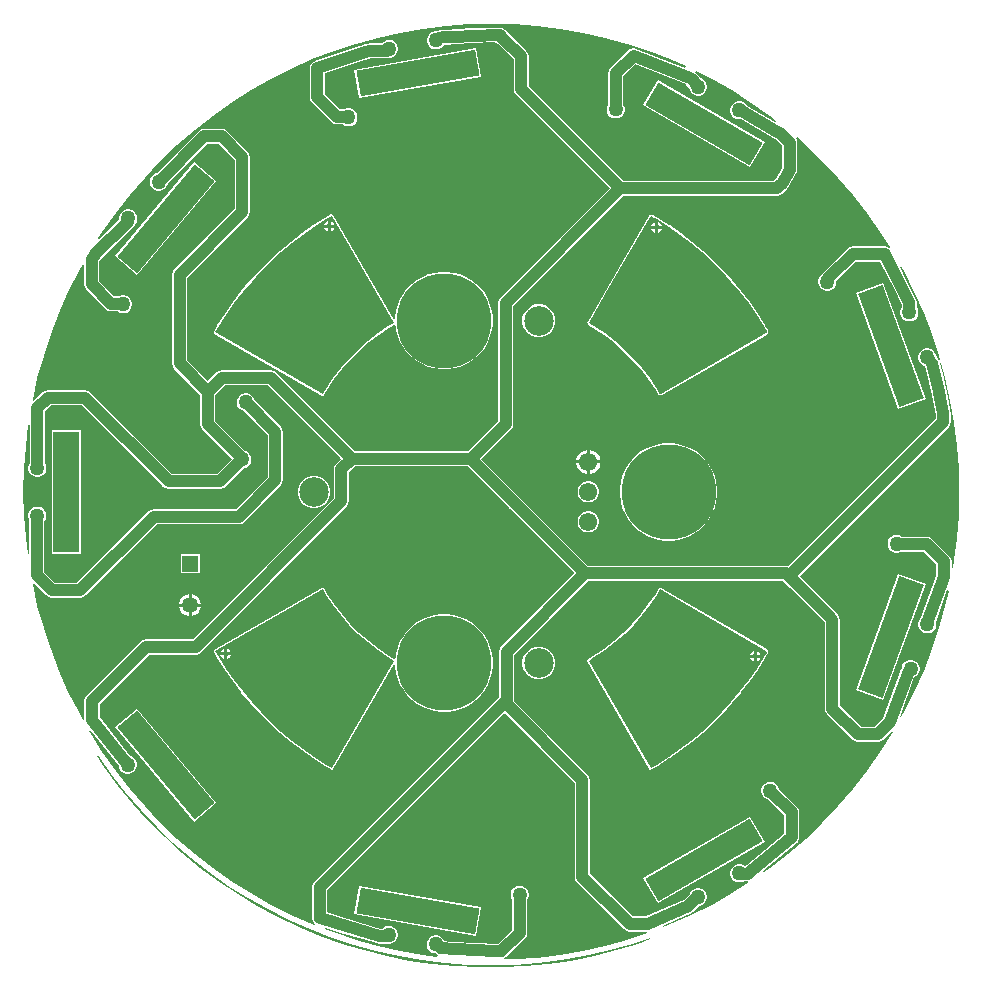
<source format=gtl>
G04*
G04 #@! TF.GenerationSoftware,Altium Limited,Altium Designer,21.7.2 (23)*
G04*
G04 Layer_Physical_Order=1*
G04 Layer_Color=255*
%FSLAX25Y25*%
%MOIN*%
G70*
G04*
G04 #@! TF.SameCoordinates,D2632727-04CE-4768-A3A0-452A1BE06696*
G04*
G04*
G04 #@! TF.FilePolarity,Positive*
G04*
G01*
G75*
%ADD28C,0.03937*%
%ADD29C,0.03937*%
%ADD30R,0.08661X0.40158*%
G04:AMPARAMS|DCode=31|XSize=86.61mil|YSize=401.58mil|CornerRadius=0mil|HoleSize=0mil|Usage=FLASHONLY|Rotation=320.000|XOffset=0mil|YOffset=0mil|HoleType=Round|Shape=Rectangle|*
%AMROTATEDRECTD31*
4,1,4,-0.16224,-0.12598,0.09589,0.18165,0.16224,0.12598,-0.09589,-0.18165,-0.16224,-0.12598,0.0*
%
%ADD31ROTATEDRECTD31*%

G04:AMPARAMS|DCode=32|XSize=86.61mil|YSize=401.58mil|CornerRadius=0mil|HoleSize=0mil|Usage=FLASHONLY|Rotation=280.000|XOffset=0mil|YOffset=0mil|HoleType=Round|Shape=Rectangle|*
%AMROTATEDRECTD32*
4,1,4,-0.20526,0.00778,0.19022,0.07752,0.20526,-0.00778,-0.19022,-0.07752,-0.20526,0.00778,0.0*
%
%ADD32ROTATEDRECTD32*%

G04:AMPARAMS|DCode=33|XSize=86.61mil|YSize=401.58mil|CornerRadius=0mil|HoleSize=0mil|Usage=FLASHONLY|Rotation=240.000|XOffset=0mil|YOffset=0mil|HoleType=Round|Shape=Rectangle|*
%AMROTATEDRECTD33*
4,1,4,-0.15223,0.13790,0.19554,-0.06289,0.15223,-0.13790,-0.19554,0.06289,-0.15223,0.13790,0.0*
%
%ADD33ROTATEDRECTD33*%

G04:AMPARAMS|DCode=34|XSize=86.61mil|YSize=401.58mil|CornerRadius=0mil|HoleSize=0mil|Usage=FLASHONLY|Rotation=200.000|XOffset=0mil|YOffset=0mil|HoleType=Round|Shape=Rectangle|*
%AMROTATEDRECTD34*
4,1,4,-0.02798,0.20349,0.10937,-0.17387,0.02798,-0.20349,-0.10937,0.17387,-0.02798,0.20349,0.0*
%
%ADD34ROTATEDRECTD34*%

G04:AMPARAMS|DCode=35|XSize=86.61mil|YSize=401.58mil|CornerRadius=0mil|HoleSize=0mil|Usage=FLASHONLY|Rotation=160.000|XOffset=0mil|YOffset=0mil|HoleType=Round|Shape=Rectangle|*
%AMROTATEDRECTD35*
4,1,4,0.10937,0.17387,-0.02798,-0.20349,-0.10937,-0.17387,0.02798,0.20349,0.10937,0.17387,0.0*
%
%ADD35ROTATEDRECTD35*%

G04:AMPARAMS|DCode=36|XSize=86.61mil|YSize=401.58mil|CornerRadius=0mil|HoleSize=0mil|Usage=FLASHONLY|Rotation=120.000|XOffset=0mil|YOffset=0mil|HoleType=Round|Shape=Rectangle|*
%AMROTATEDRECTD36*
4,1,4,0.19554,0.06289,-0.15223,-0.13790,-0.19554,-0.06289,0.15223,0.13790,0.19554,0.06289,0.0*
%
%ADD36ROTATEDRECTD36*%

G04:AMPARAMS|DCode=37|XSize=86.61mil|YSize=401.58mil|CornerRadius=0mil|HoleSize=0mil|Usage=FLASHONLY|Rotation=80.000|XOffset=0mil|YOffset=0mil|HoleType=Round|Shape=Rectangle|*
%AMROTATEDRECTD37*
4,1,4,0.19022,-0.07752,-0.20526,-0.00778,-0.19022,0.07752,0.20526,0.00778,0.19022,-0.07752,0.0*
%
%ADD37ROTATEDRECTD37*%

G04:AMPARAMS|DCode=38|XSize=86.61mil|YSize=401.58mil|CornerRadius=0mil|HoleSize=0mil|Usage=FLASHONLY|Rotation=40.000|XOffset=0mil|YOffset=0mil|HoleType=Round|Shape=Rectangle|*
%AMROTATEDRECTD38*
4,1,4,0.09589,-0.18165,-0.16224,0.12598,-0.09589,0.18165,0.16224,-0.12598,0.09589,-0.18165,0.0*
%
%ADD38ROTATEDRECTD38*%

%ADD39C,0.09843*%
%ADD40R,0.05315X0.05315*%
%ADD41C,0.05315*%
%ADD42C,0.31496*%
%ADD43C,0.06102*%
%ADD44C,0.02756*%
%ADD45C,0.05000*%
%ADD46C,0.01575*%
G36*
X7654Y155805D02*
X15290Y155242D01*
X22889Y154305D01*
X30433Y152996D01*
X37903Y151318D01*
X45282Y149276D01*
X52552Y146874D01*
X59696Y144119D01*
X64781Y141865D01*
X64589Y141403D01*
X48299Y147751D01*
X47841Y147832D01*
X47385Y147923D01*
X47358Y147918D01*
X47332Y147923D01*
X46878Y147822D01*
X46422Y147731D01*
X46399Y147716D01*
X46373Y147711D01*
X45992Y147444D01*
X45605Y147186D01*
X39657Y141238D01*
X39112Y140422D01*
X38920Y139458D01*
Y129101D01*
X38641Y128619D01*
X38437Y127856D01*
Y127066D01*
X38641Y126303D01*
X39036Y125619D01*
X39595Y125060D01*
X40279Y124665D01*
X41042Y124461D01*
X41832D01*
X42595Y124665D01*
X43279Y125060D01*
X43838Y125619D01*
X44233Y126303D01*
X44437Y127066D01*
Y127856D01*
X44233Y128619D01*
X43954Y129101D01*
Y138416D01*
X48002Y142464D01*
X64721Y135949D01*
X64932Y135738D01*
X64932Y135738D01*
X65898Y134772D01*
Y134644D01*
X66102Y133881D01*
X66497Y133197D01*
X67056Y132639D01*
X67740Y132244D01*
X68503Y132039D01*
X69293D01*
X70056Y132244D01*
X70740Y132639D01*
X71298Y133197D01*
X71693Y133881D01*
X71898Y134644D01*
Y135434D01*
X71693Y136197D01*
X71298Y136881D01*
X70740Y137440D01*
X70056Y137835D01*
X69916Y137872D01*
X68491Y139298D01*
X68491Y139298D01*
X67978Y139811D01*
X68274Y140221D01*
X73535Y137574D01*
X80196Y133800D01*
X86665Y129703D01*
X92925Y125295D01*
X94877Y123771D01*
X94597Y123356D01*
X85213Y128774D01*
X85078Y129007D01*
X84519Y129566D01*
X83835Y129961D01*
X83072Y130165D01*
X82282D01*
X81519Y129961D01*
X80835Y129566D01*
X80277Y129007D01*
X79882Y128323D01*
X79677Y127560D01*
Y126770D01*
X79882Y126007D01*
X80277Y125323D01*
X80835Y124765D01*
X81519Y124370D01*
X82282Y124165D01*
X83072D01*
X83110Y124175D01*
X94582Y117552D01*
X94582Y117552D01*
X94582Y117552D01*
X94744Y117458D01*
X96925Y115277D01*
Y108084D01*
X94709Y104246D01*
X94577Y104114D01*
X94577Y104114D01*
X94161Y103698D01*
X44060D01*
X12431Y135327D01*
Y145204D01*
X12240Y146167D01*
X11694Y146984D01*
X11694Y146984D01*
X5791Y152886D01*
X5791Y152886D01*
X4643Y154035D01*
X4643Y154035D01*
X3826Y154580D01*
X2881Y154768D01*
Y154768D01*
X2863Y154772D01*
X2840Y154767D01*
X2388Y154755D01*
X1875Y154766D01*
X1823Y154776D01*
X1228Y154776D01*
X1228Y154777D01*
X1224Y154776D01*
Y154776D01*
X1177Y154766D01*
X-6820Y154592D01*
X-15146Y154046D01*
X-16047Y153947D01*
X-16154Y153958D01*
X-17553Y153823D01*
X-17910Y153716D01*
X-18275Y153643D01*
X-18376Y153575D01*
X-18494Y153540D01*
X-18610Y153445D01*
X-18867D01*
X-19630Y153240D01*
X-20314Y152845D01*
X-20873Y152287D01*
X-21268Y151603D01*
X-21472Y150840D01*
Y150050D01*
X-21268Y149287D01*
X-20873Y148603D01*
X-20314Y148044D01*
X-19630Y147649D01*
X-18867Y147445D01*
X-18077D01*
X-17314Y147649D01*
X-16630Y148044D01*
X-16072Y148603D01*
X-15884Y148927D01*
X-15670Y148948D01*
X-15461Y149011D01*
X-7080Y149592D01*
X1041Y149780D01*
X1228Y149743D01*
X1816Y149743D01*
X2232Y149327D01*
X7397Y144161D01*
Y134285D01*
X7589Y133321D01*
X8134Y132505D01*
X39458Y101181D01*
X2945Y64667D01*
X2399Y63851D01*
X2208Y62888D01*
Y23701D01*
X-7953Y13541D01*
X-45470D01*
X-71800Y39870D01*
X-72616Y40416D01*
X-73580Y40607D01*
X-89862D01*
X-90825Y40416D01*
X-91642Y39870D01*
X-94537Y36975D01*
X-101420Y43857D01*
Y71300D01*
X-81226Y91494D01*
X-80680Y92311D01*
X-80489Y93274D01*
Y111599D01*
X-80680Y112562D01*
X-81226Y113378D01*
X-88139Y120291D01*
X-88955Y120837D01*
X-89919Y121028D01*
X-95717D01*
X-96680Y120837D01*
X-97496Y120291D01*
X-111474Y106313D01*
X-112013Y106169D01*
X-112697Y105774D01*
X-113255Y105216D01*
X-113650Y104532D01*
X-113855Y103769D01*
Y102979D01*
X-113650Y102216D01*
X-113255Y101532D01*
X-112697Y100973D01*
X-112013Y100578D01*
X-111249Y100374D01*
X-110460D01*
X-109697Y100578D01*
X-109012Y100973D01*
X-108454Y101532D01*
X-108059Y102216D01*
X-107915Y102754D01*
X-94674Y115995D01*
X-90961D01*
X-85522Y110556D01*
Y94317D01*
X-105717Y74122D01*
X-106262Y73306D01*
X-106454Y72342D01*
Y42815D01*
X-106262Y41852D01*
X-105717Y41035D01*
X-97082Y32401D01*
Y22609D01*
X-96890Y21646D01*
X-96345Y20829D01*
X-86486Y10971D01*
X-91397Y6060D01*
X-106490D01*
X-133650Y33220D01*
X-134466Y33765D01*
X-135429Y33957D01*
X-147870D01*
X-148833Y33765D01*
X-149649Y33220D01*
X-152497Y30372D01*
X-152953Y30623D01*
X-151318Y37903D01*
X-149276Y45282D01*
X-146874Y52552D01*
X-144119Y59696D01*
X-141016Y66696D01*
X-137574Y73535D01*
X-136259Y75855D01*
X-135776Y75728D01*
Y69255D01*
X-135584Y68292D01*
X-135038Y67475D01*
X-128455Y60892D01*
X-127639Y60346D01*
X-126675Y60155D01*
X-124614D01*
X-123934Y59762D01*
X-123171Y59558D01*
X-122381D01*
X-121618Y59762D01*
X-120934Y60157D01*
X-120376Y60716D01*
X-119981Y61400D01*
X-119776Y62163D01*
Y62953D01*
X-119981Y63716D01*
X-120376Y64400D01*
X-120934Y64958D01*
X-121618Y65353D01*
X-122381Y65558D01*
X-123171D01*
X-123934Y65353D01*
X-124220Y65188D01*
X-125633D01*
X-130742Y70297D01*
Y76592D01*
X-130200Y77549D01*
X-119476Y88272D01*
X-118931Y89089D01*
X-118928Y89102D01*
X-118652Y89378D01*
X-118257Y90062D01*
X-118053Y90825D01*
Y91615D01*
X-118257Y92378D01*
X-118652Y93062D01*
X-119211Y93620D01*
X-119895Y94015D01*
X-120658Y94220D01*
X-121448D01*
X-122211Y94015D01*
X-122895Y93620D01*
X-123453Y93062D01*
X-123848Y92378D01*
X-124053Y91615D01*
Y90825D01*
X-124051Y90817D01*
X-130691Y84177D01*
X-131081Y84489D01*
X-129703Y86665D01*
X-125295Y92925D01*
X-120584Y98961D01*
X-115583Y104759D01*
X-110304Y110304D01*
X-104759Y115583D01*
X-98961Y120584D01*
X-92925Y125295D01*
X-86665Y129703D01*
X-80196Y133800D01*
X-73535Y137574D01*
X-66696Y141016D01*
X-59696Y144119D01*
X-52552Y146874D01*
X-45282Y149276D01*
X-37903Y151318D01*
X-30433Y152996D01*
X-22889Y154305D01*
X-15290Y155242D01*
X-7654Y155805D01*
X0Y155993D01*
X7654Y155805D01*
D02*
G37*
G36*
X104759Y115583D02*
X110304Y110304D01*
X115583Y104759D01*
X120584Y98961D01*
X125295Y92925D01*
X129703Y86665D01*
X132833Y81722D01*
X132467Y81366D01*
X132110Y81604D01*
X131147Y81796D01*
X120374D01*
X120374Y81796D01*
X119411Y81604D01*
X118594Y81059D01*
X110432Y72896D01*
X110127Y72441D01*
X109607Y71921D01*
X109212Y71237D01*
X109008Y70474D01*
Y69684D01*
X109212Y68921D01*
X109607Y68237D01*
X110166Y67678D01*
X110850Y67283D01*
X111613Y67079D01*
X112403D01*
X113166Y67283D01*
X113850Y67678D01*
X114409Y68237D01*
X114803Y68921D01*
X115008Y69684D01*
Y70354D01*
X121416Y76762D01*
X129655D01*
X134215Y67885D01*
X136852Y62309D01*
X136853Y61999D01*
X136854Y61997D01*
X136853Y61994D01*
Y61483D01*
X136574Y61001D01*
X136370Y60237D01*
Y59448D01*
X136574Y58685D01*
X136969Y58000D01*
X137528Y57442D01*
X138212Y57047D01*
X138975Y56842D01*
X139765D01*
X140528Y57047D01*
X141212Y57442D01*
X141771Y58000D01*
X142166Y58685D01*
X142370Y59448D01*
Y60237D01*
X142166Y61001D01*
X141887Y61483D01*
X141887Y61994D01*
X141887Y62015D01*
X141884Y62889D01*
X141787Y63371D01*
X141692Y63844D01*
X141690Y63847D01*
X141689Y63851D01*
X141522Y64100D01*
X138688Y70091D01*
X136147Y75038D01*
X136587Y75276D01*
X137574Y73535D01*
X141016Y66696D01*
X144119Y59696D01*
X146874Y52552D01*
X149276Y45282D01*
X149607Y44085D01*
X149584Y44045D01*
X149191Y44053D01*
X149036Y44097D01*
X148464Y45169D01*
X148228Y45456D01*
X148071Y46040D01*
X147676Y46724D01*
X147118Y47282D01*
X146433Y47677D01*
X145671Y47882D01*
X144881D01*
X144118Y47677D01*
X143433Y47282D01*
X142875Y46724D01*
X142480Y46040D01*
X142276Y45277D01*
Y44487D01*
X142480Y43724D01*
X142875Y43040D01*
X143433Y42481D01*
X144030Y42137D01*
X144118Y42086D01*
X144119Y42086D01*
X144477Y41980D01*
X145559Y38071D01*
X147207Y30728D01*
X148172Y25167D01*
Y24991D01*
X148172Y24991D01*
X148172Y24991D01*
Y24403D01*
X98980Y-24790D01*
X98268Y-24648D01*
X32321D01*
X9566Y-1893D01*
X9566Y-1893D01*
X-3351Y11024D01*
X6504Y20878D01*
X7050Y21695D01*
X7241Y22658D01*
Y61845D01*
X44060Y98664D01*
X95203D01*
X96166Y98856D01*
X96983Y99401D01*
X98136Y100555D01*
X98136Y100555D01*
X98503Y100921D01*
X98685Y101195D01*
X98903Y101442D01*
X101621Y106151D01*
X101675Y106309D01*
X101767Y106447D01*
X101831Y106770D01*
X101937Y107081D01*
X101926Y107247D01*
X101959Y107410D01*
Y116320D01*
X101767Y117283D01*
X101420Y117803D01*
X101798Y118137D01*
X104759Y115583D01*
D02*
G37*
G36*
X149916Y42970D02*
X151318Y37903D01*
X152996Y30433D01*
X154305Y22889D01*
X155242Y15290D01*
X155805Y7654D01*
X155993Y0D01*
X155805Y-7654D01*
X155242Y-15290D01*
X154305Y-22889D01*
X153890Y-25279D01*
X153392Y-25236D01*
Y-23211D01*
X153200Y-22248D01*
X152655Y-21431D01*
X146970Y-15746D01*
X146153Y-15201D01*
X145190Y-15009D01*
X136969D01*
X136881Y-14922D01*
X136197Y-14527D01*
X135434Y-14323D01*
X134644D01*
X133881Y-14527D01*
X133197Y-14922D01*
X132639Y-15481D01*
X132244Y-16165D01*
X132039Y-16928D01*
Y-17718D01*
X132244Y-18481D01*
X132639Y-19165D01*
X133197Y-19723D01*
X133881Y-20118D01*
X134644Y-20323D01*
X135434D01*
X136197Y-20118D01*
X136328Y-20043D01*
X144148D01*
X148358Y-24253D01*
Y-27979D01*
X143328Y-41800D01*
X142875Y-42252D01*
X142480Y-42937D01*
X142276Y-43699D01*
Y-44489D01*
X142480Y-45252D01*
X142875Y-45937D01*
X143433Y-46495D01*
X144118Y-46890D01*
X144881Y-47095D01*
X145671D01*
X146433Y-46890D01*
X147118Y-46495D01*
X147676Y-45937D01*
X148071Y-45252D01*
X148276Y-44489D01*
Y-43699D01*
X148156Y-43252D01*
X151938Y-32860D01*
X152419Y-33001D01*
X151318Y-37903D01*
X149276Y-45282D01*
X146874Y-52552D01*
X144119Y-59696D01*
X141016Y-66696D01*
X137574Y-73535D01*
X136651Y-75163D01*
X136196Y-74953D01*
X140976Y-61819D01*
X141606Y-61456D01*
X142164Y-60897D01*
X142559Y-60213D01*
X142764Y-59450D01*
Y-58660D01*
X142559Y-57897D01*
X142164Y-57213D01*
X141606Y-56655D01*
X140922Y-56260D01*
X140159Y-56055D01*
X139369D01*
X138606Y-56260D01*
X137922Y-56655D01*
X137363Y-57213D01*
X136968Y-57897D01*
X136764Y-58660D01*
Y-58740D01*
X136717Y-58810D01*
X136706Y-58864D01*
X136677Y-58912D01*
X130689Y-75363D01*
X127732Y-78321D01*
X123323D01*
X116187Y-71186D01*
Y-42568D01*
X116187Y-42568D01*
X115996Y-41604D01*
X115450Y-40788D01*
X115450Y-40788D01*
X114297Y-39635D01*
X103205Y-28542D01*
X102775Y-28113D01*
X152469Y21581D01*
X153015Y22397D01*
X153206Y23360D01*
Y24493D01*
X153206Y24991D01*
X153206Y25207D01*
Y25304D01*
X153142Y25695D01*
X153142D01*
X152100Y31701D01*
X150398Y39283D01*
X149412Y42845D01*
X149371Y43001D01*
X149382Y43023D01*
X149916Y42970D01*
D02*
G37*
G36*
X-50072Y11024D02*
X-51780Y9316D01*
X-52325Y8499D01*
X-52517Y7536D01*
Y-2107D01*
X-99615Y-49206D01*
X-115207D01*
X-116170Y-49397D01*
X-116986Y-49943D01*
X-134917Y-67873D01*
X-135462Y-68690D01*
X-135654Y-69653D01*
X-135654Y-75909D01*
X-136154Y-76041D01*
X-137574Y-73535D01*
X-141016Y-66696D01*
X-144119Y-59696D01*
X-146874Y-52552D01*
X-149276Y-45282D01*
X-151318Y-37903D01*
X-152953Y-30623D01*
X-152497Y-30372D01*
X-148321Y-34548D01*
X-147504Y-35094D01*
X-146541Y-35285D01*
X-137069D01*
X-136106Y-35094D01*
X-135289Y-34548D01*
X-111526Y-10785D01*
X-84252D01*
X-83289Y-10593D01*
X-82472Y-10047D01*
X-70268Y2157D01*
X-69722Y2974D01*
X-69530Y3937D01*
Y20079D01*
X-69530Y20079D01*
X-69722Y21042D01*
X-70268Y21858D01*
X-78950Y30541D01*
X-79094Y31079D01*
X-79489Y31763D01*
X-80048Y32322D01*
X-80732Y32717D01*
X-81495Y32921D01*
X-82285D01*
X-83048Y32717D01*
X-83732Y32322D01*
X-84290Y31763D01*
X-84685Y31079D01*
X-84890Y30316D01*
Y29526D01*
X-84685Y28763D01*
X-84290Y28079D01*
X-83732Y27521D01*
X-83048Y27126D01*
X-82509Y26981D01*
X-74564Y19036D01*
Y4980D01*
X-85295Y-5751D01*
X-112568D01*
X-113531Y-5942D01*
X-114348Y-6488D01*
X-138111Y-30252D01*
X-145499D01*
X-149053Y-26697D01*
Y-9862D01*
X-148966Y-9775D01*
X-148571Y-9091D01*
X-148367Y-8328D01*
Y-7538D01*
X-148571Y-6775D01*
X-148966Y-6091D01*
X-149525Y-5532D01*
X-150209Y-5137D01*
X-150972Y-4933D01*
X-151762D01*
X-152525Y-5137D01*
X-153209Y-5532D01*
X-153767Y-6091D01*
X-154162Y-6775D01*
X-154367Y-7538D01*
Y-8328D01*
X-154162Y-9091D01*
X-154087Y-9221D01*
Y-20569D01*
X-154587Y-20599D01*
X-155242Y-15290D01*
X-155805Y-7654D01*
X-155993Y0D01*
X-155805Y7654D01*
X-155242Y15290D01*
X-154384Y22249D01*
X-153884Y22218D01*
Y9573D01*
X-154162Y9091D01*
X-154367Y8328D01*
Y7538D01*
X-154162Y6775D01*
X-153767Y6091D01*
X-153209Y5532D01*
X-152525Y5137D01*
X-151762Y4933D01*
X-150972D01*
X-150209Y5137D01*
X-149525Y5532D01*
X-148966Y6091D01*
X-148571Y6775D01*
X-148367Y7538D01*
Y8328D01*
X-148571Y9091D01*
X-148850Y9573D01*
Y26900D01*
X-146827Y28923D01*
X-136472D01*
X-109312Y1764D01*
X-108496Y1218D01*
X-107533Y1026D01*
X-90354D01*
X-89391Y1218D01*
X-88575Y1764D01*
X-82451Y7887D01*
X-81913Y8031D01*
X-81229Y8426D01*
X-80670Y8985D01*
X-80275Y9669D01*
X-80071Y10432D01*
Y11222D01*
X-80275Y11985D01*
X-80670Y12669D01*
X-81229Y13227D01*
X-81913Y13622D01*
X-82058Y13661D01*
X-92048Y23651D01*
Y32345D01*
X-88820Y35574D01*
X-74622D01*
X-50072Y11024D01*
D02*
G37*
G36*
X6007Y-5452D02*
X6007Y-5452D01*
X27719Y-27165D01*
X3338Y-51546D01*
X2793Y-52363D01*
X2601Y-53326D01*
Y-68300D01*
X-59005Y-129906D01*
X-59550Y-130722D01*
X-59742Y-131685D01*
Y-142004D01*
X-59742Y-142004D01*
X-59550Y-142967D01*
X-59005Y-143784D01*
X-58772Y-143939D01*
X-59004Y-144386D01*
X-59696Y-144119D01*
X-66696Y-141016D01*
X-73535Y-137574D01*
X-80196Y-133800D01*
X-86665Y-129703D01*
X-92925Y-125295D01*
X-98961Y-120584D01*
X-104759Y-115583D01*
X-110304Y-110304D01*
X-115583Y-104759D01*
X-120584Y-98961D01*
X-125295Y-92925D01*
X-129703Y-86665D01*
X-133800Y-80196D01*
X-133999Y-79844D01*
X-133584Y-79563D01*
X-124260Y-91223D01*
Y-91340D01*
X-124055Y-92103D01*
X-123660Y-92787D01*
X-123102Y-93345D01*
X-122418Y-93740D01*
X-121655Y-93945D01*
X-120865D01*
X-120102Y-93740D01*
X-119418Y-93345D01*
X-118859Y-92787D01*
X-118464Y-92103D01*
X-118260Y-91340D01*
Y-90550D01*
X-118464Y-89787D01*
X-118859Y-89103D01*
X-119418Y-88544D01*
X-120102Y-88149D01*
X-120319Y-88091D01*
X-130620Y-75209D01*
X-130620Y-70695D01*
X-114164Y-54239D01*
X-98573D01*
X-97610Y-54048D01*
X-96793Y-53502D01*
X-48220Y-4929D01*
X-47675Y-4113D01*
X-47483Y-3150D01*
Y6494D01*
X-45470Y8507D01*
X-7953D01*
X6007Y-5452D01*
D02*
G37*
G36*
X97436Y-29893D02*
X97436Y-29893D01*
X97436Y-29893D01*
X99645Y-32102D01*
X110738Y-43194D01*
X111154Y-43610D01*
Y-72228D01*
X111345Y-73192D01*
X111891Y-74008D01*
X120501Y-82618D01*
X121317Y-83163D01*
X122280Y-83355D01*
X128774D01*
X129737Y-83163D01*
X130554Y-82618D01*
X133552Y-79620D01*
X133953Y-79925D01*
X133800Y-80196D01*
X129703Y-86665D01*
X125295Y-92925D01*
X120584Y-98961D01*
X115583Y-104759D01*
X110304Y-110304D01*
X104759Y-115583D01*
X98961Y-120584D01*
X92925Y-125295D01*
X90951Y-126685D01*
X90646Y-126288D01*
X101719Y-117048D01*
X101790Y-116959D01*
X101886Y-116895D01*
X102097Y-116579D01*
X102335Y-116284D01*
X102368Y-116174D01*
X102431Y-116079D01*
X102505Y-115706D01*
X102613Y-115341D01*
X102601Y-115228D01*
X102623Y-115115D01*
Y-106882D01*
X102431Y-105919D01*
X101886Y-105103D01*
X95861Y-99078D01*
X95697Y-98467D01*
X95302Y-97783D01*
X94744Y-97224D01*
X94060Y-96830D01*
X93297Y-96625D01*
X92507D01*
X91744Y-96830D01*
X91060Y-97224D01*
X90501Y-97783D01*
X90106Y-98467D01*
X89902Y-99230D01*
Y-100020D01*
X90106Y-100783D01*
X90501Y-101467D01*
X91060Y-102026D01*
X91744Y-102421D01*
X92210Y-102545D01*
X97589Y-107925D01*
Y-113938D01*
X85059Y-124395D01*
X84664Y-124724D01*
X84449D01*
X83835Y-124370D01*
X83072Y-124165D01*
X82282D01*
X81519Y-124370D01*
X80835Y-124765D01*
X80277Y-125323D01*
X79882Y-126007D01*
X79677Y-126770D01*
Y-127560D01*
X79882Y-128323D01*
X80277Y-129007D01*
X80835Y-129566D01*
X81519Y-129961D01*
X82282Y-130165D01*
X83072D01*
X83835Y-129961D01*
X84187Y-129758D01*
X85576D01*
X85676Y-129738D01*
X85865Y-130210D01*
X80196Y-133800D01*
X73535Y-137574D01*
X66696Y-141016D01*
X59696Y-144119D01*
X57329Y-145032D01*
X57139Y-144569D01*
X62158Y-142387D01*
X66100Y-140591D01*
X66416Y-140460D01*
X66493Y-140445D01*
X66556Y-140403D01*
X67309Y-139900D01*
X67309Y-139900D01*
X69169Y-138039D01*
X69293D01*
X70056Y-137835D01*
X70740Y-137440D01*
X71298Y-136881D01*
X71693Y-136197D01*
X71898Y-135434D01*
Y-134644D01*
X71693Y-133881D01*
X71298Y-133197D01*
X70740Y-132639D01*
X70056Y-132244D01*
X69293Y-132039D01*
X68503D01*
X67740Y-132244D01*
X67056Y-132639D01*
X66497Y-133197D01*
X66102Y-133881D01*
X66063Y-134027D01*
X64042Y-136048D01*
X60129Y-137831D01*
X51590Y-141544D01*
X47082Y-141544D01*
X32832Y-127294D01*
Y-96063D01*
X32640Y-95100D01*
X32095Y-94283D01*
X7635Y-69824D01*
Y-54369D01*
X32321Y-29682D01*
X97226D01*
X97436Y-29893D01*
D02*
G37*
G36*
X27798Y-97105D02*
Y-128336D01*
X27990Y-129299D01*
X28535Y-130116D01*
X44260Y-145841D01*
X44260Y-145841D01*
X45076Y-146386D01*
X46040Y-146578D01*
X51856Y-146578D01*
X51936Y-147078D01*
X45282Y-149276D01*
X37903Y-151318D01*
X30433Y-152996D01*
X22889Y-154305D01*
X15290Y-155242D01*
X7654Y-155805D01*
X4480Y-155883D01*
X4323Y-155387D01*
X4970Y-154954D01*
X11172Y-148752D01*
X11718Y-147936D01*
X11909Y-146972D01*
Y-135958D01*
X12188Y-135475D01*
X12392Y-134712D01*
Y-133923D01*
X12188Y-133159D01*
X11793Y-132475D01*
X11234Y-131917D01*
X10550Y-131522D01*
X9787Y-131317D01*
X8997D01*
X8234Y-131522D01*
X7550Y-131917D01*
X6992Y-132475D01*
X6597Y-133159D01*
X6392Y-133923D01*
Y-134712D01*
X6597Y-135475D01*
X6876Y-135958D01*
Y-145930D01*
X2142Y-150663D01*
X-4716Y-150514D01*
X-13544Y-149935D01*
X-15689Y-149700D01*
X-15708Y-149629D01*
X-16103Y-148945D01*
X-16662Y-148387D01*
X-17346Y-147992D01*
X-18109Y-147787D01*
X-18899D01*
X-19662Y-147992D01*
X-20346Y-148387D01*
X-20904Y-148945D01*
X-21299Y-149629D01*
X-21504Y-150392D01*
Y-151182D01*
X-21299Y-151945D01*
X-20904Y-152629D01*
X-20346Y-153188D01*
X-19662Y-153583D01*
X-18899Y-153787D01*
X-18776D01*
X-18688Y-153875D01*
X-18688Y-153876D01*
X-17871Y-154421D01*
X-17871Y-154421D01*
X-17968Y-154912D01*
X-22889Y-154305D01*
X-30433Y-152996D01*
X-37903Y-151318D01*
X-45282Y-149276D01*
X-52552Y-146874D01*
X-55595Y-145701D01*
X-55427Y-145229D01*
X-49115Y-147306D01*
X-39290Y-150137D01*
X-38358Y-150368D01*
X-37892Y-150484D01*
X-37531Y-150573D01*
X-37531Y-150573D01*
X-37393Y-150587D01*
X-36275Y-150697D01*
X-35019Y-150573D01*
X-34958Y-150555D01*
X-34647Y-150638D01*
X-33857D01*
X-33094Y-150433D01*
X-32410Y-150038D01*
X-31851Y-149480D01*
X-31456Y-148796D01*
X-31252Y-148033D01*
Y-147243D01*
X-31456Y-146480D01*
X-31851Y-145796D01*
X-32410Y-145237D01*
X-33094Y-144842D01*
X-33857Y-144638D01*
X-34647D01*
X-35410Y-144842D01*
X-36094Y-145237D01*
X-36516Y-145659D01*
X-36630Y-145636D01*
X-36636Y-145657D01*
X-37999Y-145319D01*
X-47645Y-142540D01*
X-54708Y-140216D01*
Y-132728D01*
X4356Y-73664D01*
X27798Y-97105D01*
D02*
G37*
G36*
X-126771Y-94020D02*
X-122005Y-100127D01*
X-116945Y-105993D01*
X-111603Y-111603D01*
X-105993Y-116945D01*
X-100127Y-122005D01*
X-94020Y-126771D01*
X-87686Y-131232D01*
X-81141Y-135376D01*
X-74401Y-139195D01*
X-67481Y-142677D01*
X-60399Y-145817D01*
X-53172Y-148605D01*
X-45816Y-151035D01*
X-38350Y-153101D01*
X-30791Y-154798D01*
X-23159Y-156123D01*
X-15470Y-157071D01*
X-7744Y-157641D01*
X0Y-157831D01*
X7744Y-157641D01*
X15470Y-157071D01*
X23159Y-156123D01*
X30791Y-154798D01*
X38350Y-153101D01*
X45816Y-151035D01*
X52838Y-148715D01*
X53001Y-149188D01*
X48977Y-150628D01*
X41584Y-152870D01*
X34091Y-154747D01*
X26514Y-156254D01*
X18873Y-157388D01*
X11185Y-158145D01*
X3469Y-158524D01*
X-4256D01*
X-11972Y-158145D01*
X-19660Y-157388D01*
X-27301Y-156254D01*
X-34878Y-154747D01*
X-42372Y-152870D01*
X-49764Y-150628D01*
X-57038Y-148025D01*
X-64175Y-145069D01*
X-71158Y-141766D01*
X-77971Y-138124D01*
X-84597Y-134153D01*
X-91020Y-129861D01*
X-97225Y-125259D01*
X-103197Y-120359D01*
X-108921Y-115171D01*
X-114383Y-109708D01*
X-119571Y-103984D01*
X-124472Y-98013D01*
X-129074Y-91808D01*
X-131538Y-88119D01*
X-131126Y-87836D01*
X-126771Y-94020D01*
D02*
G37*
%LPC*%
G36*
X-33702Y150690D02*
X-34492D01*
X-35255Y150485D01*
X-35939Y150090D01*
X-36497Y149532D01*
X-36505Y149519D01*
X-40255D01*
X-40255Y149519D01*
Y149519D01*
X-40428Y149485D01*
X-41511Y149378D01*
X-42044Y149216D01*
X-42189Y149188D01*
X-42189Y149188D01*
X-42195Y149186D01*
X-42196Y149187D01*
X-42404Y149145D01*
X-42467Y149103D01*
X-45139Y148273D01*
X-58832Y143625D01*
X-58832Y143625D01*
X-58957Y143581D01*
X-59242Y143391D01*
X-59242Y143391D01*
X-59253Y143384D01*
X-59774Y143035D01*
X-60320Y142219D01*
X-60511Y141256D01*
Y131620D01*
X-60320Y130657D01*
X-59774Y129840D01*
X-53160Y123227D01*
X-52344Y122681D01*
X-51381Y122490D01*
X-49567D01*
X-49480Y122403D01*
X-48796Y122008D01*
X-48033Y121803D01*
X-47243D01*
X-46480Y122008D01*
X-45796Y122403D01*
X-45237Y122961D01*
X-44842Y123645D01*
X-44638Y124408D01*
Y125198D01*
X-44842Y125961D01*
X-45237Y126645D01*
X-45796Y127204D01*
X-46480Y127599D01*
X-47243Y127803D01*
X-48033D01*
X-48796Y127599D01*
X-48926Y127523D01*
X-50338D01*
X-55477Y132663D01*
Y139497D01*
X-43598Y143530D01*
X-40687Y144433D01*
X-40685Y144426D01*
X-40321Y144498D01*
X-40255Y144485D01*
X-34784D01*
X-33821Y144677D01*
X-33802Y144690D01*
X-33702D01*
X-32939Y144894D01*
X-32255Y145289D01*
X-31696Y145848D01*
X-31301Y146532D01*
X-31097Y147295D01*
Y148085D01*
X-31301Y148848D01*
X-31696Y149532D01*
X-32255Y150090D01*
X-32939Y150485D01*
X-33702Y150690D01*
D02*
G37*
G36*
X-5184Y147910D02*
X-45717Y140763D01*
X-44039Y131248D01*
X-3507Y138395D01*
X-5184Y147910D01*
D02*
G37*
G36*
X55460Y137217D02*
X50629Y128850D01*
X86273Y108271D01*
X91103Y116638D01*
X55460Y137217D01*
D02*
G37*
G36*
X-99046Y109973D02*
X-125502Y78445D01*
X-118101Y72234D01*
X-91645Y103763D01*
X-99046Y109973D01*
D02*
G37*
G36*
X-53009Y92581D02*
X-53420Y92527D01*
X-55429Y91367D01*
X-55437Y91357D01*
X-55449Y91355D01*
X-59361Y88862D01*
X-59369Y88852D01*
X-59381Y88849D01*
X-63181Y86188D01*
X-63188Y86177D01*
X-63200Y86174D01*
X-66881Y83350D01*
X-66887Y83339D01*
X-66899Y83335D01*
X-70452Y80354D01*
X-70458Y80342D01*
X-70470Y80338D01*
X-73890Y77204D01*
X-73896Y77192D01*
X-73908Y77188D01*
X-77188Y73908D01*
X-77192Y73896D01*
X-77204Y73890D01*
X-80338Y70470D01*
X-80342Y70458D01*
X-80354Y70452D01*
X-83335Y66899D01*
X-83339Y66887D01*
X-83350Y66881D01*
X-86174Y63200D01*
X-86177Y63188D01*
X-86188Y63181D01*
X-88849Y59381D01*
X-88852Y59369D01*
X-88862Y59361D01*
X-91355Y55449D01*
X-91357Y55437D01*
X-91367Y55429D01*
X-92527Y53420D01*
X-92581Y53009D01*
X-92328Y52681D01*
X-56528Y32012D01*
X-56327Y31985D01*
X-56126Y31955D01*
X-56122Y31958D01*
X-56117Y31958D01*
X-55957Y32081D01*
X-55793Y32202D01*
X-54707Y34014D01*
X-52363Y37523D01*
X-49797Y40867D01*
X-47017Y44036D01*
X-44036Y47017D01*
X-40867Y49797D01*
X-37523Y52363D01*
X-34014Y54707D01*
X-32451Y55644D01*
X-31920Y55417D01*
X-31916Y55410D01*
X-31718Y53910D01*
X-31167Y51853D01*
X-30352Y49885D01*
X-29287Y48040D01*
X-27990Y46350D01*
X-26484Y44844D01*
X-24794Y43548D01*
X-22950Y42483D01*
X-20982Y41668D01*
X-18925Y41117D01*
X-16813Y40839D01*
X-14683D01*
X-12571Y41117D01*
X-10514Y41668D01*
X-8546Y42483D01*
X-6702Y43548D01*
X-5012Y44844D01*
X-3506Y46350D01*
X-2209Y48040D01*
X-1144Y49885D01*
X-329Y51853D01*
X222Y53910D01*
X500Y56022D01*
Y58152D01*
X222Y60263D01*
X-329Y62321D01*
X-1144Y64288D01*
X-2209Y66133D01*
X-3506Y67823D01*
X-5012Y69329D01*
X-6702Y70625D01*
X-8546Y71690D01*
X-10514Y72505D01*
X-12571Y73057D01*
X-14683Y73335D01*
X-16813D01*
X-18925Y73057D01*
X-20982Y72505D01*
X-22950Y71690D01*
X-24794Y70625D01*
X-26484Y69329D01*
X-27990Y67823D01*
X-29287Y66133D01*
X-30352Y64288D01*
X-31167Y62321D01*
X-31718Y60263D01*
X-31996Y58152D01*
Y57501D01*
X-32496Y57367D01*
X-52681Y92328D01*
X-53009Y92581D01*
D02*
G37*
%LPD*%
G36*
X-32496Y56285D02*
Y56248D01*
X-34304Y55165D01*
X-37838Y52803D01*
X-41211Y50215D01*
X-44407Y47412D01*
X-47412Y44407D01*
X-50215Y41211D01*
X-52803Y37838D01*
X-55165Y34304D01*
X-56258Y32480D01*
X-92058Y53150D01*
X-90898Y55158D01*
X-88406Y59071D01*
X-85745Y62871D01*
X-82921Y66551D01*
X-79939Y70105D01*
X-76805Y73525D01*
X-73525Y76805D01*
X-70105Y79939D01*
X-66551Y82921D01*
X-62871Y85745D01*
X-59071Y88406D01*
X-55158Y90898D01*
X-53150Y92058D01*
X-32496Y56285D01*
D02*
G37*
%LPC*%
G36*
X-53531Y90319D02*
Y89091D01*
X-52304D01*
X-52516Y89604D01*
X-53019Y90106D01*
X-53531Y90319D01*
D02*
G37*
G36*
X-54531D02*
X-55044Y90106D01*
X-55547Y89604D01*
X-55759Y89091D01*
X-54531D01*
Y90319D01*
D02*
G37*
G36*
X-52304Y88091D02*
X-53531D01*
Y86864D01*
X-53019Y87076D01*
X-52516Y87579D01*
X-52304Y88091D01*
D02*
G37*
G36*
X-54531D02*
X-55759D01*
X-55547Y87579D01*
X-55044Y87076D01*
X-54531Y86864D01*
Y88091D01*
D02*
G37*
G36*
X53511Y92339D02*
X53407Y92311D01*
X53300Y92325D01*
X52886Y92214D01*
X52800Y92149D01*
X52696Y92121D01*
X52539Y92000D01*
X52485Y91906D01*
X52399Y91841D01*
X37523Y66074D01*
X32065Y56621D01*
X32058Y56565D01*
X32021Y56522D01*
X32021Y56522D01*
X32024Y56468D01*
X31998Y56421D01*
X32025Y56317D01*
X32011Y56211D01*
X32026Y56191D01*
X32026Y56191D01*
X32039Y56143D01*
X32039Y56143D01*
X32051Y56095D01*
X32048Y56071D01*
X32112Y55984D01*
X32138Y55880D01*
X32174Y55858D01*
X32190Y55819D01*
X32190Y55819D01*
X32254Y55793D01*
X32294Y55738D01*
X34014Y54707D01*
X37523Y52363D01*
X40867Y49797D01*
X40867Y49797D01*
X40867Y49797D01*
X44036Y47017D01*
X47017Y44036D01*
X49797Y40867D01*
X52363Y37523D01*
X54707Y34014D01*
X55536Y32631D01*
X55551Y32620D01*
X55555Y32601D01*
X55726Y32355D01*
X55780Y32320D01*
X55808Y32261D01*
X55948Y32212D01*
X56073Y32131D01*
X56137Y32145D01*
X56198Y32123D01*
X56470Y32137D01*
X56505Y32153D01*
X56542Y32145D01*
X56773Y32188D01*
X56851Y32239D01*
X56944Y32252D01*
X91841Y52399D01*
X91906Y52485D01*
X92000Y52539D01*
X92121Y52696D01*
X92149Y52800D01*
X92214Y52886D01*
X92325Y53300D01*
X92311Y53407D01*
X92339Y53511D01*
X92313Y53708D01*
X92259Y53801D01*
X92245Y53908D01*
X91367Y55429D01*
X91357Y55437D01*
X91355Y55449D01*
X88862Y59361D01*
X88852Y59369D01*
X88849Y59381D01*
X86188Y63181D01*
X86177Y63188D01*
X86174Y63200D01*
X83350Y66880D01*
X83339Y66887D01*
X83335Y66899D01*
X80354Y70452D01*
X80342Y70458D01*
X80338Y70470D01*
X77204Y73890D01*
X77192Y73896D01*
X77188Y73908D01*
X75548Y75548D01*
X75548Y75548D01*
X73908Y77188D01*
X73896Y77192D01*
X73890Y77204D01*
X70470Y80338D01*
X70458Y80342D01*
X70452Y80354D01*
X66899Y83335D01*
X66887Y83339D01*
X66881Y83350D01*
X63200Y86174D01*
X63188Y86177D01*
X63181Y86188D01*
X59381Y88849D01*
X59369Y88852D01*
X59361Y88862D01*
X55449Y91355D01*
X55437Y91357D01*
X55429Y91367D01*
X53908Y92245D01*
X53801Y92259D01*
X53708Y92313D01*
X53511Y92339D01*
D02*
G37*
G36*
X16462Y62508D02*
X15034D01*
X13656Y62138D01*
X12419Y61425D01*
X11410Y60415D01*
X10696Y59179D01*
X10327Y57800D01*
Y56373D01*
X10696Y54994D01*
X11410Y53758D01*
X12419Y52749D01*
X13656Y52035D01*
X15034Y51665D01*
X16462D01*
X17841Y52035D01*
X19077Y52749D01*
X20086Y53758D01*
X20800Y54994D01*
X21169Y56373D01*
Y57800D01*
X20800Y59179D01*
X20086Y60415D01*
X19077Y61425D01*
X17841Y62138D01*
X16462Y62508D01*
D02*
G37*
G36*
X130686Y69465D02*
X121607Y66161D01*
X135684Y27485D01*
X144763Y30790D01*
X130686Y69465D01*
D02*
G37*
G36*
X32817Y14051D02*
X32783D01*
Y10500D01*
X36335D01*
Y10533D01*
X36059Y11564D01*
X35525Y12487D01*
X34771Y13242D01*
X33847Y13775D01*
X32817Y14051D01*
D02*
G37*
G36*
X31784D02*
X31750D01*
X30720Y13775D01*
X29796Y13242D01*
X29042Y12487D01*
X28508Y11564D01*
X28232Y10533D01*
Y10500D01*
X31784D01*
Y14051D01*
D02*
G37*
G36*
X36335Y9500D02*
X32783D01*
Y5949D01*
X32817D01*
X33847Y6225D01*
X34771Y6758D01*
X35525Y7513D01*
X36059Y8436D01*
X36335Y9467D01*
Y9500D01*
D02*
G37*
G36*
X31784D02*
X28232D01*
Y9467D01*
X28508Y8436D01*
X29042Y7513D01*
X29796Y6758D01*
X30720Y6225D01*
X31750Y5949D01*
X31784D01*
Y9500D01*
D02*
G37*
G36*
X32751Y3551D02*
X31816D01*
X30913Y3309D01*
X30103Y2842D01*
X29442Y2180D01*
X28974Y1371D01*
X28732Y467D01*
Y-467D01*
X28974Y-1371D01*
X29442Y-2180D01*
X30103Y-2842D01*
X30913Y-3309D01*
X31816Y-3551D01*
X32751D01*
X33654Y-3309D01*
X34464Y-2842D01*
X35125Y-2180D01*
X35593Y-1371D01*
X35835Y-467D01*
Y467D01*
X35593Y1371D01*
X35125Y2180D01*
X34464Y2842D01*
X33654Y3309D01*
X32751Y3551D01*
D02*
G37*
G36*
X32751Y-6449D02*
X31816D01*
X30913Y-6691D01*
X30103Y-7158D01*
X29442Y-7819D01*
X28974Y-8629D01*
X28732Y-9533D01*
Y-10468D01*
X28974Y-11371D01*
X29442Y-12180D01*
X30103Y-12842D01*
X30913Y-13309D01*
X31816Y-13551D01*
X32751D01*
X33654Y-13309D01*
X34464Y-12842D01*
X35125Y-12180D01*
X35593Y-11371D01*
X35835Y-10468D01*
Y-9533D01*
X35593Y-8629D01*
X35125Y-7819D01*
X34464Y-7158D01*
X33654Y-6691D01*
X32751Y-6449D01*
D02*
G37*
G36*
X60120Y16248D02*
X57990D01*
X55879Y15970D01*
X53821Y15419D01*
X51853Y14604D01*
X50009Y13539D01*
X48319Y12242D01*
X46813Y10736D01*
X45516Y9046D01*
X44451Y7202D01*
X43636Y5234D01*
X43085Y3177D01*
X42807Y1065D01*
Y-1065D01*
X43085Y-3177D01*
X43636Y-5234D01*
X44451Y-7202D01*
X45516Y-9046D01*
X46813Y-10736D01*
X48319Y-12242D01*
X50009Y-13539D01*
X51853Y-14604D01*
X53821Y-15419D01*
X55879Y-15970D01*
X57990Y-16248D01*
X60120D01*
X62232Y-15970D01*
X64289Y-15419D01*
X66257Y-14604D01*
X68101Y-13539D01*
X69791Y-12242D01*
X71297Y-10736D01*
X72594Y-9046D01*
X73659Y-7202D01*
X74474Y-5234D01*
X75025Y-3177D01*
X75303Y-1065D01*
Y1065D01*
X75025Y3177D01*
X74474Y5234D01*
X73659Y7202D01*
X72594Y9046D01*
X71297Y10736D01*
X69791Y12242D01*
X68101Y13539D01*
X66257Y14604D01*
X64289Y15419D01*
X62232Y15970D01*
X60120Y16248D01*
D02*
G37*
%LPD*%
G36*
X53637Y91776D02*
X55158Y90898D01*
X59071Y88406D01*
X62871Y85745D01*
X66551Y82921D01*
X70105Y79939D01*
X73525Y76805D01*
X75165Y75165D01*
X75165Y75165D01*
X76805Y73525D01*
X76805Y73525D01*
X76805Y73525D01*
X79939Y70105D01*
X82921Y66551D01*
X85745Y62871D01*
X88406Y59071D01*
X90898Y55158D01*
X91776Y53637D01*
X91802Y53440D01*
X91691Y53026D01*
X91570Y52868D01*
X56674Y32721D01*
X56442Y32677D01*
X56171Y32663D01*
X56000Y32909D01*
X55165Y34304D01*
X55157Y34315D01*
Y34315D01*
X52803Y37838D01*
X50215Y41211D01*
X47412Y44407D01*
X44407Y47412D01*
X41211Y50215D01*
X41196Y50226D01*
X41196Y50226D01*
X37838Y52803D01*
X37823Y52813D01*
X37823Y52813D01*
X34304Y55165D01*
X32573Y56202D01*
X32573Y56202D01*
X32576Y56227D01*
X32564Y56275D01*
X32561Y56279D01*
X32562Y56283D01*
X32549Y56331D01*
X32534Y56351D01*
X32534Y56351D01*
X37992Y65804D01*
X52868Y91570D01*
X53026Y91691D01*
X53440Y91802D01*
X53637Y91776D01*
D02*
G37*
%LPC*%
G36*
X55578Y89871D02*
Y88643D01*
X56806D01*
X56593Y89156D01*
X56091Y89659D01*
X55578Y89871D01*
D02*
G37*
G36*
X54578D02*
X54066Y89659D01*
X53563Y89156D01*
X53351Y88643D01*
X54578D01*
Y89871D01*
D02*
G37*
G36*
X56806Y87643D02*
X55578D01*
Y86416D01*
X56091Y86628D01*
X56593Y87131D01*
X56806Y87643D01*
D02*
G37*
G36*
X54578D02*
X53351D01*
X53563Y87131D01*
X54066Y86628D01*
X54578Y86416D01*
Y87643D01*
D02*
G37*
G36*
X135684Y-27485D02*
X121607Y-66161D01*
X130686Y-69465D01*
X144763Y-30790D01*
X135684Y-27485D01*
D02*
G37*
G36*
X-58341Y5421D02*
X-59769D01*
X-61148Y5052D01*
X-62384Y4338D01*
X-63393Y3329D01*
X-64107Y2093D01*
X-64476Y714D01*
Y-714D01*
X-64107Y-2093D01*
X-63393Y-3329D01*
X-62384Y-4338D01*
X-61148Y-5052D01*
X-59769Y-5421D01*
X-58341D01*
X-56963Y-5052D01*
X-55726Y-4338D01*
X-54717Y-3329D01*
X-54003Y-2093D01*
X-53634Y-714D01*
Y714D01*
X-54003Y2093D01*
X-54717Y3329D01*
X-55726Y4338D01*
X-56963Y5052D01*
X-58341Y5421D01*
D02*
G37*
G36*
X-136902Y20579D02*
X-146563D01*
Y-20579D01*
X-136902D01*
Y20579D01*
D02*
G37*
G36*
X-97236Y-20858D02*
X-103551D01*
Y-27173D01*
X-97236D01*
Y-20858D01*
D02*
G37*
G36*
X-99894Y-34143D02*
Y-37295D01*
X-96741D01*
X-96986Y-36384D01*
X-97467Y-35550D01*
X-98148Y-34869D01*
X-98982Y-34387D01*
X-99894Y-34143D01*
D02*
G37*
G36*
X-100894Y-34143D02*
X-101805Y-34387D01*
X-102639Y-34869D01*
X-103320Y-35550D01*
X-103802Y-36384D01*
X-104046Y-37295D01*
X-100894D01*
Y-34143D01*
D02*
G37*
G36*
Y-38295D02*
X-104046D01*
X-103802Y-39207D01*
X-103320Y-40041D01*
X-102639Y-40722D01*
X-101805Y-41203D01*
X-100894Y-41448D01*
Y-38295D01*
D02*
G37*
G36*
X-96741D02*
X-99894D01*
Y-41448D01*
X-98982Y-41203D01*
X-98148Y-40722D01*
X-97467Y-40041D01*
X-96986Y-39207D01*
X-96741Y-38295D01*
D02*
G37*
G36*
X-56258Y-31939D02*
X-56388Y-31993D01*
X-56528Y-32012D01*
X-92328Y-52681D01*
X-92581Y-53009D01*
X-92527Y-53420D01*
X-91367Y-55429D01*
X-91357Y-55437D01*
X-91355Y-55449D01*
X-88862Y-59361D01*
X-88852Y-59369D01*
X-88849Y-59381D01*
X-86188Y-63181D01*
X-86177Y-63188D01*
X-86174Y-63200D01*
X-83350Y-66881D01*
X-83339Y-66887D01*
X-83335Y-66899D01*
X-80354Y-70452D01*
X-80342Y-70458D01*
X-80338Y-70470D01*
X-77204Y-73890D01*
X-77193Y-73896D01*
X-77188Y-73908D01*
X-73908Y-77188D01*
X-73896Y-77193D01*
X-73890Y-77204D01*
X-70470Y-80338D01*
X-70458Y-80342D01*
X-70452Y-80354D01*
X-66899Y-83335D01*
X-66887Y-83339D01*
X-66881Y-83350D01*
X-63200Y-86174D01*
X-63188Y-86177D01*
X-63181Y-86188D01*
X-59381Y-88849D01*
X-59369Y-88852D01*
X-59361Y-88862D01*
X-55449Y-91355D01*
X-55437Y-91357D01*
X-55429Y-91367D01*
X-53420Y-92527D01*
X-53009Y-92581D01*
X-52681Y-92328D01*
X-32496Y-57367D01*
X-31996Y-57501D01*
Y-58152D01*
X-31718Y-60263D01*
X-31167Y-62321D01*
X-30352Y-64288D01*
X-29287Y-66133D01*
X-27990Y-67823D01*
X-26484Y-69329D01*
X-24794Y-70625D01*
X-22950Y-71690D01*
X-20982Y-72505D01*
X-18925Y-73057D01*
X-16813Y-73335D01*
X-14683D01*
X-12571Y-73057D01*
X-10514Y-72505D01*
X-8546Y-71690D01*
X-6702Y-70625D01*
X-5012Y-69329D01*
X-3506Y-67823D01*
X-2209Y-66133D01*
X-1144Y-64288D01*
X-329Y-62321D01*
X222Y-60263D01*
X500Y-58152D01*
Y-56022D01*
X222Y-53910D01*
X-329Y-51853D01*
X-1144Y-49885D01*
X-2209Y-48040D01*
X-3506Y-46350D01*
X-5012Y-44844D01*
X-6702Y-43548D01*
X-8546Y-42483D01*
X-10514Y-41668D01*
X-12571Y-41117D01*
X-14683Y-40839D01*
X-16813D01*
X-18925Y-41117D01*
X-20982Y-41668D01*
X-22950Y-42483D01*
X-24794Y-43548D01*
X-26484Y-44844D01*
X-27990Y-46350D01*
X-29287Y-48040D01*
X-30352Y-49885D01*
X-31167Y-51853D01*
X-31718Y-53910D01*
X-31916Y-55410D01*
X-31920Y-55417D01*
X-32451Y-55644D01*
X-34014Y-54707D01*
X-37523Y-52363D01*
X-40867Y-49797D01*
X-44036Y-47017D01*
X-47017Y-44036D01*
X-49797Y-40867D01*
X-52363Y-37523D01*
X-54707Y-34014D01*
X-55793Y-32202D01*
X-55848Y-32161D01*
X-55875Y-32098D01*
X-55875Y-32098D01*
X-56117Y-31958D01*
X-56121Y-31958D01*
X-56126Y-31955D01*
X-56194Y-31965D01*
X-56258Y-31939D01*
D02*
G37*
G36*
X-118100Y-72234D02*
X-125502Y-78445D01*
X-99046Y-109973D01*
X-91645Y-103763D01*
X-118100Y-72234D01*
D02*
G37*
%LPD*%
G36*
X-56258Y-32480D02*
X-55165Y-34304D01*
X-52803Y-37838D01*
X-50215Y-41211D01*
X-47412Y-44407D01*
X-44407Y-47412D01*
X-41211Y-50215D01*
X-37838Y-52803D01*
X-34304Y-55165D01*
X-32496Y-56248D01*
Y-56285D01*
X-53150Y-92058D01*
X-55158Y-90898D01*
X-59071Y-88406D01*
X-62871Y-85745D01*
X-66551Y-82921D01*
X-70105Y-79939D01*
X-73525Y-76805D01*
X-76805Y-73525D01*
X-79939Y-70105D01*
X-82921Y-66551D01*
X-85745Y-62871D01*
X-88406Y-59071D01*
X-90898Y-55158D01*
X-92058Y-53150D01*
X-56258Y-32480D01*
X-56258Y-32480D01*
D02*
G37*
%LPC*%
G36*
X-88091Y-52304D02*
Y-53531D01*
X-86864D01*
X-87076Y-53019D01*
X-87579Y-52516D01*
X-88091Y-52304D01*
D02*
G37*
G36*
X-89091D02*
X-89604Y-52516D01*
X-90106Y-53019D01*
X-90319Y-53531D01*
X-89091D01*
Y-52304D01*
D02*
G37*
G36*
X-86864Y-54531D02*
X-88091D01*
Y-55759D01*
X-87579Y-55547D01*
X-87076Y-55044D01*
X-86864Y-54531D01*
D02*
G37*
G36*
X-89091D02*
X-90319D01*
X-90106Y-55044D01*
X-89604Y-55547D01*
X-89091Y-55759D01*
Y-54531D01*
D02*
G37*
G36*
X56126Y-31955D02*
X56122Y-31958D01*
X56117Y-31958D01*
X55957Y-32081D01*
X55793Y-32202D01*
X54707Y-34014D01*
X52363Y-37523D01*
X49797Y-40867D01*
X47017Y-44036D01*
X44036Y-47017D01*
X40867Y-49797D01*
X37523Y-52363D01*
X34014Y-54707D01*
X32202Y-55793D01*
X32161Y-55848D01*
X32098Y-55875D01*
X32043Y-56006D01*
X31958Y-56117D01*
X31958Y-56122D01*
X31955Y-56126D01*
X31965Y-56194D01*
X31939Y-56258D01*
X31993Y-56388D01*
X32012Y-56528D01*
X52681Y-92328D01*
X53009Y-92581D01*
X53420Y-92527D01*
X55429Y-91367D01*
X55437Y-91357D01*
X55449Y-91355D01*
X59361Y-88862D01*
X59369Y-88852D01*
X59381Y-88849D01*
X63181Y-86188D01*
X63188Y-86177D01*
X63200Y-86174D01*
X66881Y-83350D01*
X66887Y-83339D01*
X66899Y-83335D01*
X70452Y-80354D01*
X70458Y-80342D01*
X70470Y-80338D01*
X73890Y-77204D01*
X73896Y-77192D01*
X73908Y-77188D01*
X77188Y-73908D01*
X77192Y-73896D01*
X77204Y-73890D01*
X80338Y-70470D01*
X80342Y-70458D01*
X80354Y-70452D01*
X83335Y-66899D01*
X83339Y-66887D01*
X83350Y-66881D01*
X86174Y-63200D01*
X86177Y-63188D01*
X86188Y-63181D01*
X88849Y-59381D01*
X88852Y-59369D01*
X88862Y-59361D01*
X91355Y-55449D01*
X91357Y-55437D01*
X91367Y-55429D01*
X92277Y-53853D01*
X92277Y-53853D01*
X92331Y-53443D01*
X92148Y-52759D01*
X91895Y-52431D01*
X91895D01*
X56528Y-32012D01*
X56327Y-31985D01*
X56126Y-31955D01*
D02*
G37*
G36*
X16462Y-51665D02*
X15034D01*
X13656Y-52035D01*
X12419Y-52749D01*
X11410Y-53758D01*
X10696Y-54994D01*
X10327Y-56373D01*
Y-57800D01*
X10696Y-59179D01*
X11410Y-60415D01*
X12419Y-61425D01*
X13656Y-62138D01*
X15034Y-62508D01*
X16462D01*
X17841Y-62138D01*
X19077Y-61425D01*
X20086Y-60415D01*
X20800Y-59179D01*
X21169Y-57800D01*
Y-56373D01*
X20800Y-54994D01*
X20086Y-53758D01*
X19077Y-52749D01*
X17841Y-52035D01*
X16462Y-51665D01*
D02*
G37*
G36*
X86273Y-108271D02*
X50629Y-128850D01*
X55460Y-137217D01*
X91103Y-116638D01*
X86273Y-108271D01*
D02*
G37*
%LPD*%
G36*
X91625Y-52900D02*
X91808Y-53583D01*
X90898Y-55158D01*
X88406Y-59071D01*
X85745Y-62871D01*
X82921Y-66551D01*
X79939Y-70105D01*
X76805Y-73525D01*
X73525Y-76805D01*
X70105Y-79939D01*
X66551Y-82921D01*
X62871Y-85745D01*
X59071Y-88406D01*
X55158Y-90898D01*
X53150Y-92058D01*
X32480Y-56258D01*
Y-56258D01*
X34304Y-55165D01*
X37838Y-52803D01*
X41211Y-50215D01*
X44407Y-47412D01*
X47412Y-44407D01*
X50215Y-41211D01*
X52803Y-37838D01*
X55165Y-34304D01*
X56258Y-32480D01*
X91625Y-52900D01*
D02*
G37*
%LPC*%
G36*
X88413Y-53019D02*
Y-54247D01*
X89641D01*
X89429Y-53734D01*
X88926Y-53231D01*
X88413Y-53019D01*
D02*
G37*
G36*
X87413D02*
X86901Y-53231D01*
X86398Y-53734D01*
X86186Y-54247D01*
X87413D01*
Y-53019D01*
D02*
G37*
G36*
X89641Y-55247D02*
X88413D01*
Y-56474D01*
X88926Y-56262D01*
X89429Y-55759D01*
X89641Y-55247D01*
D02*
G37*
G36*
X87413D02*
X86186D01*
X86398Y-55759D01*
X86901Y-56262D01*
X87413Y-56474D01*
Y-55247D01*
D02*
G37*
G36*
X-44039Y-131248D02*
X-45717Y-140763D01*
X-5184Y-147910D01*
X-3507Y-138395D01*
X-44039Y-131248D01*
D02*
G37*
%LPD*%
D28*
X-132101Y79207D02*
G03*
X-133259Y77244I132101J-79207D01*
G01*
X-41441Y146819D02*
G03*
X-57994Y141255I170487J-534635D01*
G01*
X139367Y62880D02*
G03*
X131147Y79279I-333948J-157140D01*
G01*
X139660Y-59155D02*
G03*
X139659Y-59156I2784J-2784D01*
G01*
X-57225Y-142004D02*
G03*
X-37259Y-148072I88701J255969D01*
G01*
X-37259Y-148072D02*
G03*
X-34316Y-147675I984J3812D01*
G01*
X-16908Y-152096D02*
G03*
X3190Y-153175I21037J204166D01*
G01*
X52115Y-144061D02*
G03*
X65530Y-138120I-517011J1185456D01*
G01*
X146902Y42657D02*
G03*
X145334Y44843I-3791J-1064D01*
G01*
X150689Y25304D02*
G03*
X146902Y42657I-153863J-24489D01*
G01*
X139370Y61994D02*
G03*
X139370Y62007I-3937J0D01*
G01*
X1228Y152260D02*
G03*
X-15912Y151453I294J-188730D01*
G01*
X2863Y152255D02*
G03*
X1823Y152260I-1341J-188725D01*
G01*
X-40255Y147002D02*
G03*
X-41441Y146819I0J-3937D01*
G01*
X-151570Y-8136D02*
X-151367Y-7933D01*
X-151570Y-27404D02*
X-151496Y-27814D01*
X-151570Y-27404D02*
Y-8136D01*
X-151496Y-27814D02*
X-146541Y-32768D01*
X-133259Y69255D02*
X-126675Y62672D01*
X-133259Y69255D02*
Y77244D01*
X-126675Y62672D02*
X-122890D01*
X-122776Y62558D01*
X-132101Y79207D02*
X-121256Y90052D01*
X-132101Y79207D02*
X-132101Y79207D01*
X-133259Y77244D02*
Y77244D01*
X139760Y-59055D02*
X139764D01*
X68610Y-135039D02*
X68898D01*
X68669Y135561D02*
X68898Y135039D01*
X-57994Y131620D02*
X-51381Y125006D01*
X-57994Y131620D02*
Y141256D01*
X-51381Y125006D02*
X-47841D01*
X-47638Y124803D01*
X47385Y145406D02*
X66127Y138102D01*
X41437Y127461D02*
Y139458D01*
X47385Y145406D01*
X120374Y79279D02*
X131147D01*
X112211Y71116D02*
X120374Y79279D01*
X150875Y-28422D02*
Y-23211D01*
X145190Y-17526D02*
X150875Y-23211D01*
X145276Y-43807D02*
X150875Y-28422D01*
X135243Y-17526D02*
X145190D01*
X122280Y-80838D02*
X128774D01*
X113671Y-72228D02*
X122280Y-80838D01*
X113671Y-72228D02*
Y-42568D01*
X132864Y-76749D02*
X139042Y-59773D01*
X139660Y-59155D02*
X139760Y-59055D01*
X139042Y-59773D02*
X139659Y-59156D01*
X128774Y-80838D02*
X132864Y-76749D01*
X86672Y-126327D02*
X100106Y-115115D01*
X92902Y-99678D02*
X100106Y-106882D01*
Y-115115D02*
Y-106882D01*
X30315Y-128336D02*
Y-96063D01*
X46040Y-144061D02*
X52115Y-144061D01*
X30315Y-128336D02*
X46040Y-144061D01*
X-137069Y-32768D02*
X-112568Y-8268D01*
X-84252D01*
X-146541Y-32768D02*
X-137069D01*
X-147870Y31440D02*
X-135429D01*
X-151367Y27943D02*
X-147870Y31440D01*
X-135429D02*
X-107533Y3543D01*
X-151367Y7933D02*
Y27943D01*
X-133137Y-76092D02*
X-121260Y-90945D01*
X-133137Y-76092D02*
X-133137Y-69653D01*
X-115207Y-51722D01*
X-98573D01*
X-57225Y-142004D02*
Y-131685D01*
X5118Y-69342D01*
X-34316Y-147675D02*
X-34260Y-147643D01*
X-34252Y-147638D01*
X3190Y-153175D02*
X9392Y-146972D01*
Y-134317D01*
X-18216Y-150787D02*
X-17903Y-151100D01*
X-16908Y-152096D01*
X83518Y-127241D02*
X85576D01*
X86672Y-126327D01*
X92902Y-99678D02*
Y-99625D01*
X145276Y44882D02*
X145285Y44876D01*
X99216Y-28113D02*
X150689Y23360D01*
X145285Y44876D02*
X145334Y44843D01*
X150689Y24991D02*
Y25304D01*
Y23360D02*
Y24991D01*
X98268Y-27165D02*
X101425Y-30322D01*
X112517Y-41414D01*
X112008Y70079D02*
X112211Y70282D01*
Y71116D01*
X139370Y60130D02*
Y61994D01*
X139367Y62880D02*
X139370Y62007D01*
X99442Y107410D02*
Y116320D01*
X43018Y101181D02*
X95203D01*
X96356Y102334D02*
X96723Y102701D01*
X95203Y101181D02*
X96356Y102334D01*
X96723Y102701D02*
X99442Y107410D01*
X96289Y119473D02*
X99442Y116320D01*
X82965Y127165D02*
X95840Y119732D01*
X96289Y119473D01*
X66711Y137518D02*
X68669Y135561D01*
X66127Y138102D02*
X66711Y137518D01*
X-18185Y150445D02*
X-17312Y151318D01*
X1228Y152260D02*
X1823Y152260D01*
X2863Y152255D02*
X4012Y151106D01*
X9914Y145204D01*
X-17312Y151318D02*
X-15912Y151453D01*
X-18472Y150445D02*
X-18185D01*
X-40255Y147002D02*
X-34784D01*
X-34097Y147690D01*
X-110855Y103374D02*
X-95717Y118512D01*
X-89919D02*
X-83005Y111599D01*
X-95717Y118512D02*
X-89919D01*
X-83005Y93274D02*
Y111599D01*
X-121256Y90052D02*
Y91016D01*
X-121053Y91220D01*
X-18504Y-150787D02*
X-18216D01*
X5118Y-70866D02*
X30315Y-96063D01*
X5118Y-53326D02*
X31279Y-27165D01*
X5118Y-70866D02*
Y-53326D01*
X65530Y-138120D02*
X68610Y-135039D01*
X83341Y-127225D02*
X83518Y-127241D01*
X82677Y-127165D02*
X83341Y-127225D01*
X135039Y-17323D02*
X135243Y-17526D01*
X112517Y-41414D02*
X113671Y-42568D01*
X9914Y134285D02*
Y145204D01*
Y134285D02*
X43018Y101181D01*
X-103937Y72342D02*
X-83005Y93274D01*
X-107533Y3543D02*
X-90354D01*
X-50000Y7536D02*
X-46513Y11024D01*
X-6910D01*
X-50000Y-3150D02*
Y7536D01*
X-89862Y38091D02*
X-73580D01*
X-46513Y11024D01*
X-98573Y-51722D02*
X-50000Y-3150D01*
X-83602Y11646D02*
Y11646D01*
Y11646D02*
X-83274Y11318D01*
X-94565Y22609D02*
Y33388D01*
Y22609D02*
X-83602Y11646D01*
X-90354Y3543D02*
X-83071Y10827D01*
X-84252Y-8268D02*
X-72047Y3937D01*
Y20079D01*
X-81890Y29921D02*
X-72047Y20079D01*
X4724Y62888D02*
X43018Y101181D01*
X-6910Y11024D02*
X4724Y22658D01*
Y62888D01*
X-6910Y11024D02*
X7786Y-3673D01*
X-94565Y33388D02*
X-89862Y38091D01*
X-103937Y42815D02*
X-94565Y33443D01*
X-103937Y42815D02*
Y72342D01*
X-94565Y33388D02*
Y33443D01*
X7786Y-3673D02*
X31279Y-27165D01*
X98268D01*
D29*
X150689Y24991D02*
D03*
D30*
X-141732Y-0D02*
D03*
D31*
X-108573Y91104D02*
D03*
D32*
X-24612Y139579D02*
D03*
D33*
X70866Y122744D02*
D03*
D34*
X133185Y48475D02*
D03*
D35*
X133185Y-48475D02*
D03*
D36*
X70866Y-122744D02*
D03*
D37*
X-24611Y-139579D02*
D03*
D38*
X-108573Y-91104D02*
D03*
D39*
X15748Y57087D02*
D03*
X-59055Y0D02*
D03*
X15748Y-57087D02*
D03*
D40*
X-100394Y-24016D02*
D03*
D41*
Y-37795D02*
D03*
D42*
X-15748Y57087D02*
D03*
Y-57087D02*
D03*
X59055Y0D02*
D03*
D43*
X32283Y10000D02*
D03*
Y0D02*
D03*
X32283Y-10000D02*
D03*
D44*
X-122047Y-71260D02*
D03*
X-126378Y-74016D02*
D03*
X-94882Y-111024D02*
D03*
X-90945Y-107874D02*
D03*
X-47638Y-132677D02*
D03*
X-48425Y-137402D02*
D03*
X-1575Y-146063D02*
D03*
X-787Y-141339D02*
D03*
X48819Y-132677D02*
D03*
X51181Y-136614D02*
D03*
X92520Y-112992D02*
D03*
X90158Y-109055D02*
D03*
X122835Y-69685D02*
D03*
X127559Y-71260D02*
D03*
X143701Y-27165D02*
D03*
X138976Y-25591D02*
D03*
X143701Y27165D02*
D03*
X139370Y25591D02*
D03*
X122441Y70079D02*
D03*
X127165Y72047D02*
D03*
X92913Y113386D02*
D03*
X90551Y109449D02*
D03*
X48819Y132677D02*
D03*
X51181Y137008D02*
D03*
X-1181Y146850D02*
D03*
X-394Y142520D02*
D03*
X-47638Y133465D02*
D03*
X-48819Y138189D02*
D03*
X-95669Y111024D02*
D03*
X-92126Y108268D02*
D03*
X-122835Y71653D02*
D03*
X-126378Y74410D02*
D03*
X-138976Y24016D02*
D03*
X-144488D02*
D03*
X-139764Y-24016D02*
D03*
X-144488D02*
D03*
D45*
X139764Y-59055D02*
D03*
X68898Y-135039D02*
D03*
Y135039D02*
D03*
X9392Y-134317D02*
D03*
X92902Y-99625D02*
D03*
X-121260Y-90945D02*
D03*
X-34252Y-147638D02*
D03*
X-18504Y-150787D02*
D03*
X82677Y-127165D02*
D03*
X135039Y-17323D02*
D03*
X145276Y-44094D02*
D03*
X139370Y59842D02*
D03*
X145276Y44882D02*
D03*
X82677Y127165D02*
D03*
X-121053Y91220D02*
D03*
X-110855Y103374D02*
D03*
X-18472Y150445D02*
D03*
X-34097Y147690D02*
D03*
X-122776Y62558D02*
D03*
X-151367Y-7933D02*
D03*
Y7933D02*
D03*
X-83071Y10827D02*
D03*
X-81890Y29921D02*
D03*
X112008Y70079D02*
D03*
X41437Y127461D02*
D03*
X-47638Y124803D02*
D03*
D46*
X-54031Y88591D02*
D03*
X55078Y88143D02*
D03*
X87913Y-54747D02*
D03*
X-88591Y-54031D02*
D03*
M02*

</source>
